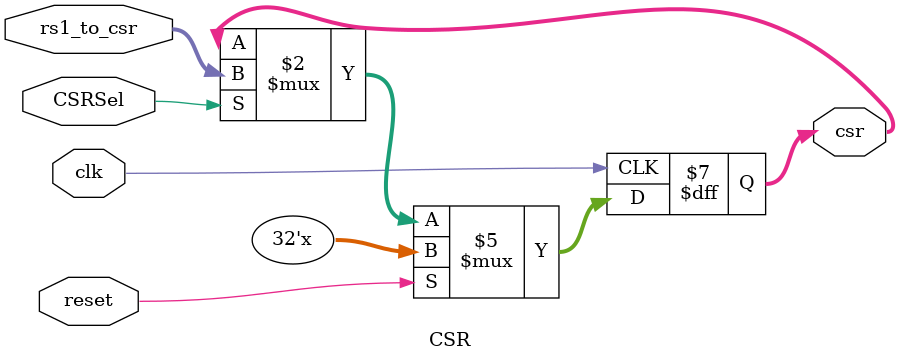
<source format=v>

module CSR (
	input clk,
	input reset,

	input [31:0] rs1_to_csr,
	input CSRSel,

	output reg [31:0] csr
);

always @(posedge clk) begin
	if (reset) begin
		csr <= 32'dx;
	end else begin
		if (CSRSel) begin
			csr <= rs1_to_csr;
		end
	end
end

endmodule
</source>
